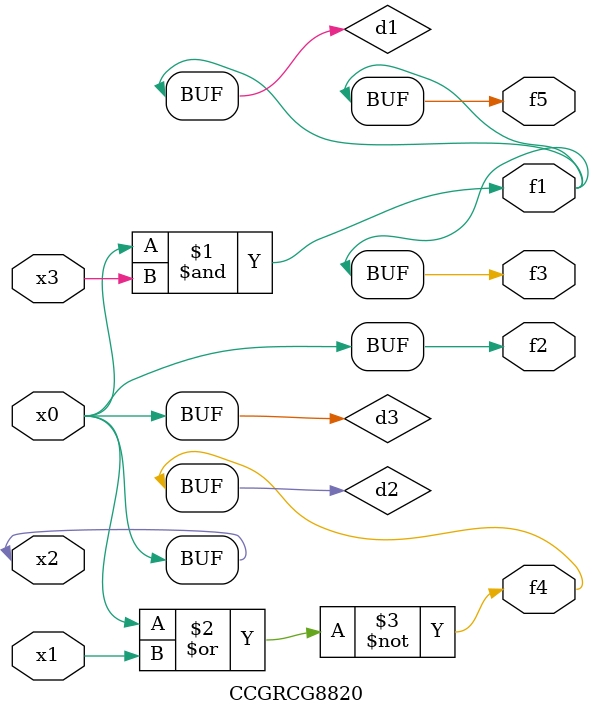
<source format=v>
module CCGRCG8820(
	input x0, x1, x2, x3,
	output f1, f2, f3, f4, f5
);

	wire d1, d2, d3;

	and (d1, x2, x3);
	nor (d2, x0, x1);
	buf (d3, x0, x2);
	assign f1 = d1;
	assign f2 = d3;
	assign f3 = d1;
	assign f4 = d2;
	assign f5 = d1;
endmodule

</source>
